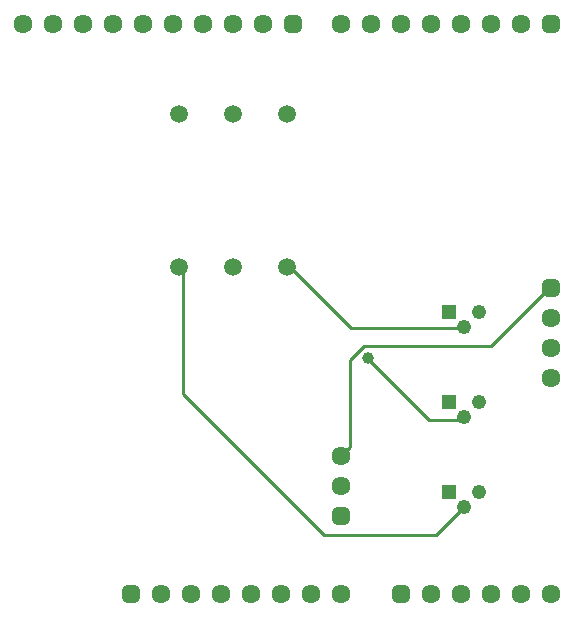
<source format=gbr>
G04 Generated by Ultiboard 14.1 *
%FSLAX34Y34*%
%MOMM*%

%ADD10C,0.0001*%
%ADD11C,0.2540*%
%ADD12C,1.6088*%
%ADD13R,0.5291X0.5291*%
%ADD14C,0.9949*%
%ADD15C,1.0000*%
%ADD16C,1.5000*%
%ADD17C,1.2446*%
%ADD18R,1.2446X1.2446*%


G04 ColorRGB 0000FF for the following layer *
%LNCopper Bottom*%
%LPD*%
G54D10*
G54D11*
X561340Y175260D02*
X557760Y175260D01*
X555000Y172500D01*
X465000Y150000D02*
X464960Y150000D01*
X457200Y142240D01*
X547640Y265160D02*
X548640Y264160D01*
X531660Y172500D02*
X480000Y224160D01*
X555000Y172500D02*
X531660Y172500D01*
X480000Y224160D02*
X480000Y225000D01*
X413960Y301800D02*
X411480Y301800D01*
X465000Y223084D02*
X465000Y150000D01*
X476836Y234920D02*
X465000Y223084D01*
X583910Y234920D02*
X633450Y284460D01*
X635020Y284460D01*
X583910Y234920D02*
X476836Y234920D01*
X559920Y250040D02*
X465720Y250040D01*
X413960Y301800D01*
X561340Y251460D02*
X559920Y250040D01*
X561280Y99060D02*
X537220Y75000D01*
X442500Y75000D01*
X323120Y194380D02*
X323120Y298560D01*
X442500Y75000D02*
X323120Y194380D01*
X323120Y298560D02*
X319960Y301720D01*
G54D12*
X457200Y25400D03*
X330200Y25400D03*
X304800Y25400D03*
X355600Y25400D03*
X406400Y25400D03*
X381000Y25400D03*
X431800Y25400D03*
X533400Y25400D03*
X558800Y25400D03*
X609600Y25400D03*
X584200Y25400D03*
X635000Y25400D03*
X340360Y508000D03*
X365760Y508000D03*
X391160Y508000D03*
X289560Y508000D03*
X314960Y508000D03*
X264160Y508000D03*
X213360Y508000D03*
X238760Y508000D03*
X187960Y508000D03*
X457200Y508000D03*
X584200Y508000D03*
X609600Y508000D03*
X558800Y508000D03*
X508000Y508000D03*
X533400Y508000D03*
X482600Y508000D03*
X457200Y116840D03*
X457200Y142240D03*
X635000Y233680D03*
X635000Y259080D03*
X635000Y208280D03*
G54D13*
X279400Y25400D03*
X508000Y25400D03*
X416560Y508000D03*
X635000Y508000D03*
X457200Y91440D03*
X635000Y284480D03*
G54D14*
X276755Y22755D02*
X282045Y22755D01*
X282045Y28045D01*
X276755Y28045D01*
X276755Y22755D01*D02*
X505355Y22755D02*
X510645Y22755D01*
X510645Y28045D01*
X505355Y28045D01*
X505355Y22755D01*D02*
X413915Y505355D02*
X419205Y505355D01*
X419205Y510645D01*
X413915Y510645D01*
X413915Y505355D01*D02*
X632355Y505355D02*
X637645Y505355D01*
X637645Y510645D01*
X632355Y510645D01*
X632355Y505355D01*D02*
X454555Y88795D02*
X459845Y88795D01*
X459845Y94085D01*
X454555Y94085D01*
X454555Y88795D01*D02*
X632355Y281835D02*
X637645Y281835D01*
X637645Y287125D01*
X632355Y287125D01*
X632355Y281835D01*D02*
G54D15*
X480000Y225000D03*
G54D16*
X320040Y301800D03*
X320040Y431800D03*
X365760Y301800D03*
X365760Y431800D03*
X411480Y301800D03*
X411480Y431800D03*
G54D17*
X574040Y187960D03*
X561340Y175260D03*
X574040Y111760D03*
X561340Y99060D03*
X574040Y264160D03*
X561340Y251460D03*
G54D18*
X548640Y187960D03*
X548640Y111760D03*
X548640Y264160D03*

M02*

</source>
